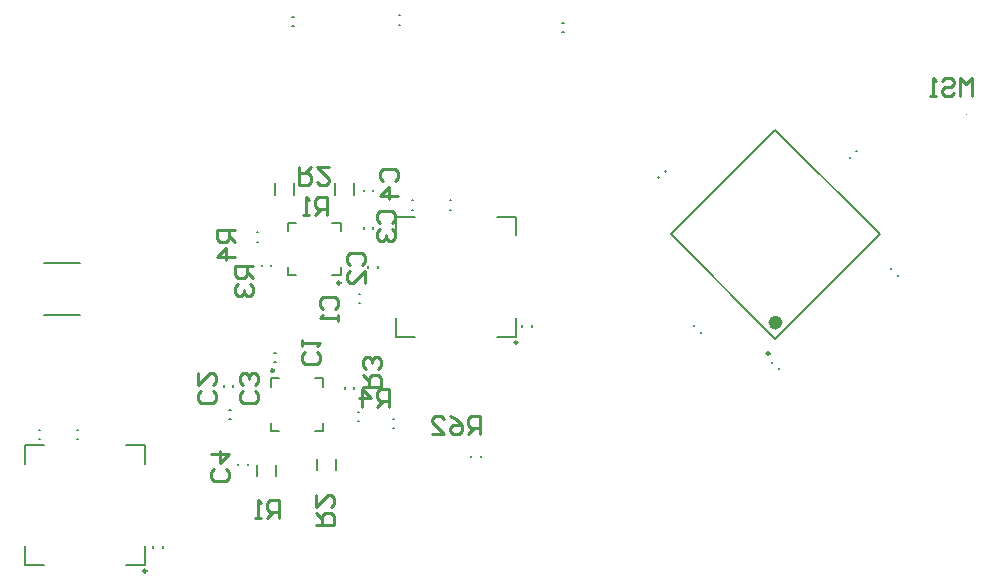
<source format=gbo>
%FSLAX25Y25*%
%MOIN*%
G70*
G01*
G75*
G04 Layer_Color=32896*
%ADD10R,0.03543X0.03937*%
%ADD11R,0.04528X0.07087*%
%ADD12R,0.03937X0.03543*%
%ADD13R,0.02953X0.03937*%
%ADD14O,0.01772X0.05512*%
%ADD15R,0.04724X0.03150*%
%ADD16R,0.04724X0.02953*%
%ADD17R,0.03937X0.02953*%
%ADD18O,0.05512X0.01772*%
%ADD19R,0.18110X0.08858*%
%ADD20R,0.10000X0.03900*%
%ADD21R,0.07402X0.06614*%
%ADD22O,0.00984X0.05315*%
%ADD23R,0.04331X0.04331*%
%ADD24R,0.06693X0.04724*%
%ADD25R,0.09449X0.06102*%
%ADD26R,0.08858X0.18110*%
%ADD27R,0.02362X0.03937*%
%ADD28R,0.04331X0.06693*%
%ADD29R,0.07480X0.05315*%
%ADD30R,0.04331X0.04331*%
%ADD31C,0.01000*%
%ADD32C,0.00800*%
%ADD33C,0.02000*%
%ADD34C,0.03000*%
%ADD35C,0.05500*%
%ADD36C,0.03500*%
%ADD37C,0.04000*%
%ADD38R,0.06299X0.06299*%
%ADD39C,0.06299*%
%ADD40C,0.06000*%
%ADD41R,0.06000X0.06000*%
%ADD42R,0.06299X0.06299*%
%ADD43R,0.06000X0.06000*%
%ADD44C,0.05512*%
%ADD45R,0.05512X0.05512*%
%ADD46C,0.03937*%
%ADD47C,0.03500*%
%ADD48C,0.05500*%
%ADD49C,0.04500*%
%ADD50C,0.05000*%
%ADD51C,0.01969*%
%ADD52C,0.01500*%
%ADD53C,0.01300*%
%ADD54C,0.07150*%
%ADD55C,0.06500*%
%ADD56C,0.07000*%
%ADD57C,0.08000*%
%ADD58C,0.04787*%
%ADD59C,0.07500*%
%ADD60R,0.08071X0.02756*%
G04:AMPARAMS|DCode=61|XSize=39.37mil|YSize=35.43mil|CornerRadius=0mil|HoleSize=0mil|Usage=FLASHONLY|Rotation=135.000|XOffset=0mil|YOffset=0mil|HoleType=Round|Shape=Rectangle|*
%AMROTATEDRECTD61*
4,1,4,0.02645,-0.00139,0.00139,-0.02645,-0.02645,0.00139,-0.00139,0.02645,0.02645,-0.00139,0.0*
%
%ADD61ROTATEDRECTD61*%

G04:AMPARAMS|DCode=62|XSize=39.37mil|YSize=35.43mil|CornerRadius=0mil|HoleSize=0mil|Usage=FLASHONLY|Rotation=225.000|XOffset=0mil|YOffset=0mil|HoleType=Round|Shape=Rectangle|*
%AMROTATEDRECTD62*
4,1,4,0.00139,0.02645,0.02645,0.00139,-0.00139,-0.02645,-0.02645,-0.00139,0.00139,0.02645,0.0*
%
%ADD62ROTATEDRECTD62*%

%ADD63O,0.00984X0.03740*%
%ADD64O,0.03740X0.00984*%
%ADD65R,0.09646X0.09646*%
%ADD66R,0.07087X0.04528*%
%ADD67O,0.02165X0.06102*%
%ADD68O,0.06102X0.02165*%
%ADD69R,0.23622X0.23622*%
%ADD70R,0.05906X0.05906*%
G04:AMPARAMS|DCode=71|XSize=11.81mil|YSize=70.87mil|CornerRadius=0mil|HoleSize=0mil|Usage=FLASHONLY|Rotation=315.000|XOffset=0mil|YOffset=0mil|HoleType=Round|Shape=Round|*
%AMOVALD71*
21,1,0.05906,0.01181,0.00000,0.00000,45.0*
1,1,0.01181,-0.02088,-0.02088*
1,1,0.01181,0.02088,0.02088*
%
%ADD71OVALD71*%

G04:AMPARAMS|DCode=72|XSize=11.81mil|YSize=70.87mil|CornerRadius=0mil|HoleSize=0mil|Usage=FLASHONLY|Rotation=45.000|XOffset=0mil|YOffset=0mil|HoleType=Round|Shape=Round|*
%AMOVALD72*
21,1,0.05906,0.01181,0.00000,0.00000,135.0*
1,1,0.01181,0.02088,-0.02088*
1,1,0.01181,-0.02088,0.02088*
%
%ADD72OVALD72*%

%ADD73C,0.02500*%
%ADD74C,0.03200*%
%ADD75C,0.01800*%
%ADD76C,0.01969*%
%ADD77C,0.02362*%
%ADD78C,0.00984*%
%ADD79C,0.00787*%
%ADD80C,0.00394*%
%ADD81C,0.00500*%
%ADD82C,0.00600*%
%ADD83R,0.04343X0.04737*%
%ADD84R,0.05328X0.07887*%
%ADD85R,0.04737X0.04343*%
%ADD86R,0.03753X0.04737*%
%ADD87O,0.02572X0.06312*%
%ADD88R,0.05524X0.03950*%
%ADD89R,0.05524X0.03753*%
%ADD90R,0.04737X0.03753*%
%ADD91O,0.06312X0.02572*%
%ADD92R,0.18910X0.09658*%
%ADD93R,0.10800X0.04700*%
%ADD94R,0.08047X0.07260*%
%ADD95O,0.01630X0.05961*%
%ADD96R,0.05131X0.05131*%
%ADD97R,0.07493X0.05524*%
%ADD98R,0.10249X0.06902*%
%ADD99R,0.09658X0.18910*%
%ADD100R,0.03162X0.04737*%
%ADD101R,0.05131X0.07493*%
%ADD102R,0.08280X0.06115*%
%ADD103R,0.05131X0.05131*%
%ADD104R,0.07099X0.07099*%
%ADD105C,0.07099*%
%ADD106C,0.06800*%
%ADD107R,0.06800X0.06800*%
%ADD108R,0.07099X0.07099*%
%ADD109R,0.06800X0.06800*%
%ADD110C,0.06312*%
%ADD111R,0.06312X0.06312*%
%ADD112C,0.04737*%
%ADD113R,0.08871X0.03556*%
G04:AMPARAMS|DCode=114|XSize=47.37mil|YSize=43.43mil|CornerRadius=0mil|HoleSize=0mil|Usage=FLASHONLY|Rotation=135.000|XOffset=0mil|YOffset=0mil|HoleType=Round|Shape=Rectangle|*
%AMROTATEDRECTD114*
4,1,4,0.03210,-0.00139,0.00139,-0.03210,-0.03210,0.00139,-0.00139,0.03210,0.03210,-0.00139,0.0*
%
%ADD114ROTATEDRECTD114*%

G04:AMPARAMS|DCode=115|XSize=47.37mil|YSize=43.43mil|CornerRadius=0mil|HoleSize=0mil|Usage=FLASHONLY|Rotation=225.000|XOffset=0mil|YOffset=0mil|HoleType=Round|Shape=Rectangle|*
%AMROTATEDRECTD115*
4,1,4,0.00139,0.03210,0.03210,0.00139,-0.00139,-0.03210,-0.03210,-0.00139,0.00139,0.03210,0.0*
%
%ADD115ROTATEDRECTD115*%

%ADD116O,0.01784X0.04540*%
%ADD117O,0.04540X0.01784*%
%ADD118R,0.10446X0.10446*%
%ADD119R,0.07887X0.05328*%
%ADD120O,0.02965X0.06902*%
%ADD121O,0.06902X0.02965*%
%ADD122R,0.24422X0.24422*%
%ADD123R,0.06706X0.06706*%
G04:AMPARAMS|DCode=124|XSize=19.81mil|YSize=78.87mil|CornerRadius=0mil|HoleSize=0mil|Usage=FLASHONLY|Rotation=315.000|XOffset=0mil|YOffset=0mil|HoleType=Round|Shape=Round|*
%AMOVALD124*
21,1,0.05906,0.01981,0.00000,0.00000,45.0*
1,1,0.01981,-0.02088,-0.02088*
1,1,0.01981,0.02088,0.02088*
%
%ADD124OVALD124*%

G04:AMPARAMS|DCode=125|XSize=19.81mil|YSize=78.87mil|CornerRadius=0mil|HoleSize=0mil|Usage=FLASHONLY|Rotation=45.000|XOffset=0mil|YOffset=0mil|HoleType=Round|Shape=Round|*
%AMOVALD125*
21,1,0.05906,0.01981,0.00000,0.00000,135.0*
1,1,0.01981,0.02088,-0.02088*
1,1,0.01981,-0.02088,0.02088*
%
%ADD125OVALD125*%

D31*
X598350Y374150D02*
Y380148D01*
X596351Y378149D01*
X594351Y380148D01*
Y374150D01*
X588353Y379148D02*
X589353Y380148D01*
X591352D01*
X592352Y379148D01*
Y378149D01*
X591352Y377149D01*
X589353D01*
X588353Y376149D01*
Y375150D01*
X589353Y374150D01*
X591352D01*
X592352Y375150D01*
X586354Y374150D02*
X584354D01*
X585354D01*
Y380148D01*
X586354Y379148D01*
X434250Y261650D02*
Y267648D01*
X431251D01*
X430251Y266648D01*
Y264649D01*
X431251Y263649D01*
X434250D01*
X432251D02*
X430251Y261650D01*
X424253Y267648D02*
X426253Y266648D01*
X428252Y264649D01*
Y262650D01*
X427252Y261650D01*
X425253D01*
X424253Y262650D01*
Y263649D01*
X425253Y264649D01*
X428252D01*
X418255Y261650D02*
X422254D01*
X418255Y265649D01*
Y266648D01*
X419255Y267648D01*
X421254D01*
X422254Y266648D01*
X380048Y288949D02*
X381048Y287949D01*
Y285950D01*
X380048Y284950D01*
X376050D01*
X375050Y285950D01*
Y287949D01*
X376050Y288949D01*
X375050Y290948D02*
Y292947D01*
Y291948D01*
X381048D01*
X380048Y290948D01*
X345498Y275999D02*
X346498Y274999D01*
Y273000D01*
X345498Y272000D01*
X341500D01*
X340500Y273000D01*
Y274999D01*
X341500Y275999D01*
X340500Y281997D02*
Y277998D01*
X344499Y281997D01*
X345498D01*
X346498Y280997D01*
Y278998D01*
X345498Y277998D01*
X382167Y303167D02*
X381167Y304166D01*
Y306166D01*
X382167Y307165D01*
X386166D01*
X387165Y306166D01*
Y304166D01*
X386166Y303167D01*
X387165Y301167D02*
Y299168D01*
Y300168D01*
X381167D01*
X382167Y301167D01*
X391002Y318001D02*
X390002Y319001D01*
Y321000D01*
X391002Y322000D01*
X395000D01*
X396000Y321000D01*
Y319001D01*
X395000Y318001D01*
X396000Y312003D02*
Y316002D01*
X392001Y312003D01*
X391002D01*
X390002Y313003D01*
Y315002D01*
X391002Y316002D01*
X359498Y275999D02*
X360498Y274999D01*
Y273000D01*
X359498Y272000D01*
X355500D01*
X354500Y273000D01*
Y274999D01*
X355500Y275999D01*
X359498Y277998D02*
X360498Y278998D01*
Y280997D01*
X359498Y281997D01*
X358499D01*
X357499Y280997D01*
Y279997D01*
Y280997D01*
X356499Y281997D01*
X355500D01*
X354500Y280997D01*
Y278998D01*
X355500Y277998D01*
X401002Y332001D02*
X400002Y333001D01*
Y335000D01*
X401002Y336000D01*
X405000D01*
X406000Y335000D01*
Y333001D01*
X405000Y332001D01*
X401002Y330002D02*
X400002Y329002D01*
Y327003D01*
X401002Y326003D01*
X402001D01*
X403001Y327003D01*
Y328003D01*
Y327003D01*
X404001Y326003D01*
X405000D01*
X406000Y327003D01*
Y329002D01*
X405000Y330002D01*
X395335Y277335D02*
X401333D01*
Y280334D01*
X400333Y281333D01*
X398334D01*
X397334Y280334D01*
Y277335D01*
Y279334D02*
X395335Y281333D01*
X400333Y283333D02*
X401333Y284332D01*
Y286332D01*
X400333Y287331D01*
X399333D01*
X398334Y286332D01*
Y285332D01*
Y286332D01*
X397334Y287331D01*
X396334D01*
X395335Y286332D01*
Y284332D01*
X396334Y283333D01*
X404000Y270500D02*
Y276498D01*
X401001D01*
X400001Y275498D01*
Y273499D01*
X401001Y272499D01*
X404000D01*
X402001D02*
X400001Y270500D01*
X395003D02*
Y276498D01*
X398002Y273499D01*
X394003D01*
X358665Y317665D02*
X352667D01*
Y314666D01*
X353667Y313667D01*
X355666D01*
X356666Y314666D01*
Y317665D01*
Y315666D02*
X358665Y313667D01*
X353667Y311667D02*
X352667Y310668D01*
Y308668D01*
X353667Y307669D01*
X354667D01*
X355666Y308668D01*
Y309668D01*
Y308668D01*
X356666Y307669D01*
X357666D01*
X358665Y308668D01*
Y310668D01*
X357666Y311667D01*
X352665Y329665D02*
X346667D01*
Y326666D01*
X347667Y325667D01*
X349666D01*
X350666Y326666D01*
Y329665D01*
Y327666D02*
X352665Y325667D01*
Y320668D02*
X346667D01*
X349666Y323667D01*
Y319669D01*
X349833Y249833D02*
X350833Y248834D01*
Y246834D01*
X349833Y245835D01*
X345834D01*
X344835Y246834D01*
Y248834D01*
X345834Y249833D01*
X344835Y254832D02*
X350833D01*
X347834Y251833D01*
Y255831D01*
X402002Y346001D02*
X401002Y347001D01*
Y349000D01*
X402002Y350000D01*
X406000D01*
X407000Y349000D01*
Y347001D01*
X406000Y346001D01*
X407000Y341003D02*
X401002D01*
X404001Y344002D01*
Y340003D01*
X367500Y233500D02*
Y239498D01*
X364501D01*
X363501Y238498D01*
Y236499D01*
X364501Y235499D01*
X367500D01*
X365501D02*
X363501Y233500D01*
X361502D02*
X359503D01*
X360502D01*
Y239498D01*
X361502Y238498D01*
X379835Y231335D02*
X385833D01*
Y234334D01*
X384833Y235333D01*
X382834D01*
X381834Y234334D01*
Y231335D01*
Y233334D02*
X379835Y235333D01*
Y241331D02*
Y237333D01*
X383833Y241331D01*
X384833D01*
X385833Y240332D01*
Y238332D01*
X384833Y237333D01*
X383500Y334500D02*
Y340498D01*
X380501D01*
X379501Y339498D01*
Y337499D01*
X380501Y336499D01*
X383500D01*
X381501D02*
X379501Y334500D01*
X377502D02*
X375503D01*
X376502D01*
Y340498D01*
X377502Y339498D01*
X374000Y350500D02*
Y344502D01*
X376999D01*
X377999Y345502D01*
Y347501D01*
X376999Y348501D01*
X374000D01*
X375999D02*
X377999Y350500D01*
X383997D02*
X379998D01*
X383997Y346501D01*
Y345502D01*
X382997Y344502D01*
X380998D01*
X379998Y345502D01*
D77*
X534039Y298651D02*
G03*
X534039Y298651I-1181J0D01*
G01*
D78*
X365657Y282653D02*
G03*
X365657Y282653I-492J0D01*
G01*
X323161Y215831D02*
G03*
X323161Y215831I-492J0D01*
G01*
X387827Y311846D02*
G03*
X387827Y311846I-492J0D01*
G01*
X446831Y292000D02*
G03*
X446831Y292000I-492J0D01*
G01*
X530914Y288281D02*
G03*
X530914Y288281I-492J0D01*
G01*
D79*
X350803Y266425D02*
X351197D01*
X350803Y269575D02*
X351197D01*
X348925Y277303D02*
Y277697D01*
X352075Y277303D02*
Y277697D01*
X461803Y395425D02*
X462197D01*
X461803Y398575D02*
X462197D01*
X405303Y263425D02*
X405697D01*
X405303Y266575D02*
X405697D01*
X434575Y253803D02*
Y254197D01*
X431425Y253803D02*
Y254197D01*
X407303Y397925D02*
X407697D01*
X407303Y401075D02*
X407697D01*
X371803Y397425D02*
X372197D01*
X371803Y400575D02*
X372197D01*
X573619Y314218D02*
X573897Y314496D01*
X571392Y316445D02*
X571670Y316723D01*
X495974Y349253D02*
X496253Y348974D01*
X493747Y347026D02*
X494026Y346747D01*
X505747Y297474D02*
X506026Y297753D01*
X507974Y295247D02*
X508253Y295526D01*
X531747Y285341D02*
X532026Y285619D01*
X533974Y283114D02*
X534253Y283392D01*
X557557Y353749D02*
X557835Y353471D01*
X559784Y355976D02*
X560062Y355698D01*
X364575Y280095D02*
X367331D01*
X364575Y277339D02*
Y280095D01*
Y262575D02*
Y265331D01*
Y262575D02*
X367331D01*
X379339D02*
X382095D01*
Y265331D01*
X379339Y280095D02*
X382095D01*
Y277339D02*
Y280095D01*
X365803Y288575D02*
X366197D01*
X365803Y285425D02*
X366197D01*
X392409Y276638D02*
Y277031D01*
X389260Y276638D02*
Y277031D01*
X393638Y265760D02*
X394032D01*
X393638Y268910D02*
X394032D01*
X380185Y249366D02*
Y253303D01*
X386484Y249366D02*
Y253303D01*
X360185Y247366D02*
Y251303D01*
X366484Y247366D02*
Y251303D01*
X353760Y251138D02*
Y251532D01*
X356909Y251138D02*
Y251532D01*
X393969Y305090D02*
X394362D01*
X393969Y308240D02*
X394362D01*
X392315Y341197D02*
Y345134D01*
X386016Y341197D02*
Y345134D01*
X398740Y342469D02*
Y342862D01*
X395591Y342469D02*
Y342862D01*
X359968Y328740D02*
X360362D01*
X359968Y325590D02*
X360362D01*
X361591Y317469D02*
Y317862D01*
X364740Y317469D02*
Y317862D01*
X316350Y217831D02*
X322669D01*
Y224150D01*
Y251512D02*
Y257831D01*
X316350D02*
X322669D01*
X282669D02*
X288988D01*
X282669Y251512D02*
Y257831D01*
Y217831D02*
X288988D01*
X282669D02*
Y224150D01*
X287394Y262906D02*
X287787D01*
X287394Y259756D02*
X287787D01*
X300063Y259756D02*
X300457D01*
X300063Y262906D02*
X300457D01*
X325516Y223634D02*
Y224028D01*
X328665Y223634D02*
Y224028D01*
X411732Y339405D02*
X412126D01*
X411732Y336256D02*
X412126D01*
X424232Y336256D02*
X424626D01*
X424232Y339405D02*
X424626D01*
X448425Y297303D02*
Y297697D01*
X451575Y297303D02*
Y297697D01*
X372315Y341197D02*
Y345134D01*
X366016Y341197D02*
Y345134D01*
X385169Y314405D02*
X387925D01*
Y317161D01*
Y329169D02*
Y331925D01*
X385169D02*
X387925D01*
X370406D02*
X373161D01*
X370406Y329169D02*
Y331925D01*
Y314405D02*
X373161D01*
X370406D02*
Y317161D01*
X440020Y294000D02*
X446339D01*
Y300319D01*
Y327681D02*
Y334000D01*
X440020D02*
X446339D01*
X406339D02*
X412657D01*
X406339Y327681D02*
Y334000D01*
Y294000D02*
X412657D01*
X406339D02*
Y300319D01*
X497920Y328021D02*
X532858Y293083D01*
Y362958D02*
X567796Y328021D01*
X532858Y293083D02*
X567796Y328021D01*
X497920Y328021D02*
X532858Y362958D01*
X397091Y316968D02*
Y317362D01*
X400240Y316968D02*
Y317362D01*
X398740Y329969D02*
Y330362D01*
X395591Y329969D02*
Y330362D01*
X289094Y301339D02*
X300905D01*
X289094Y318661D02*
X300905D01*
D80*
X596737Y368082D02*
G03*
X596737Y368082I-197J0D01*
G01*
X312371Y319890D02*
G03*
X312371Y319890I-197J0D01*
G01*
M02*

</source>
